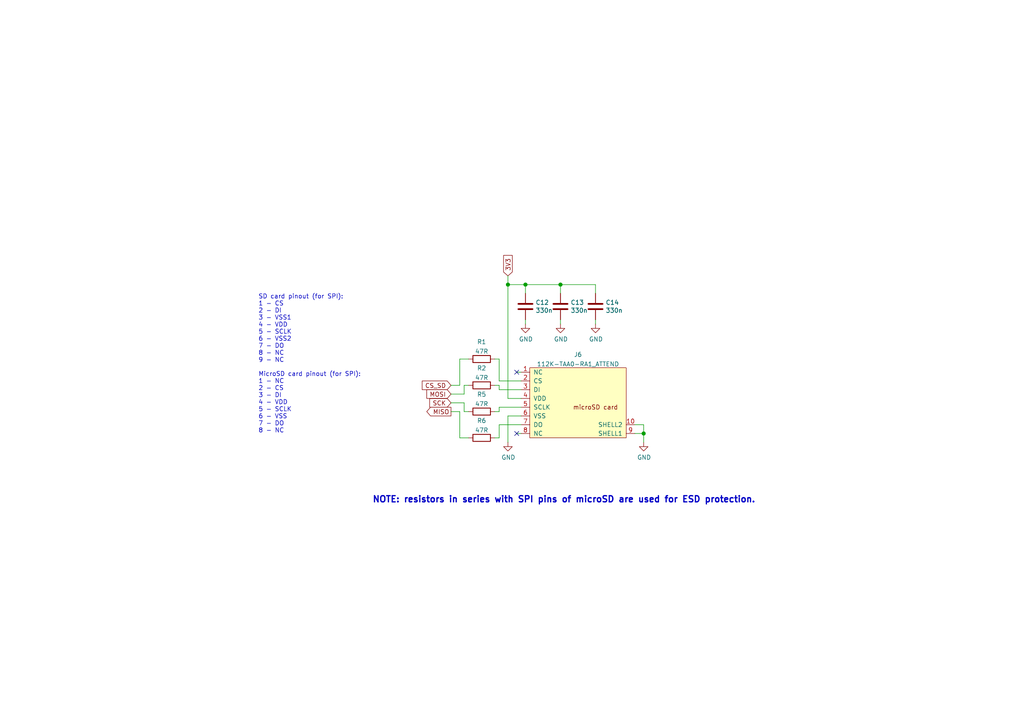
<source format=kicad_sch>
(kicad_sch (version 20210621) (generator eeschema)
  (paper "A4")
  (lib_symbols
    (symbol "Device:C" (pin_numbers hide) (pin_names (offset 0.254))
      (property "Reference" "C" (at 0.635 2.54 0))
      (property "Value" "C" (at 0.635 -2.54 0))
      (symbol "C_0_1"
        (polyline (pts (xy -2.032 -0.762) (xy 2.032 -0.762)) (stroke (width 0.508)))
        (polyline (pts (xy -2.032 0.762) (xy 2.032 0.762)) (stroke (width 0.508)))
      )
      (symbol "C_1_1"
        (pin passive line (at 0 3.81 270) (length 2.794) (name "~") (number "1"))
        (pin passive line (at 0 -3.81 90) (length 2.794) (name "~") (number "2"))
      )
    )
    (symbol "Device:R" (pin_numbers hide) (pin_names (offset 0))
      (property "Reference" "R" (at 2.032 0 90))
      (property "Value" "R" (at 0 0 90))
      (symbol "R_0_1"
        (rectangle (start -1.016 -2.54) (end 1.016 2.54) (stroke (width 0.254)))
      )
      (symbol "R_1_1"
        (pin passive line (at 0 3.81 270) (length 1.27) (name "~") (number "1"))
        (pin passive line (at 0 -3.81 90) (length 1.27) (name "~") (number "2"))
      )
    )
    (symbol "Logger:112K-TAA0-RA1_ATTEND" (pin_names (offset 1.016))
      (property "Reference" "J" (at 0 3.81 0))
      (property "Value" "112K-TAA0-RA1_ATTEND" (at 0 1.27 0))
      (symbol "112K-TAA0-RA1_ATTEND_0_0"
        (text "microSD card" (at 6.35 -11.43 0) (effects (font (size 1.27 1.27))))
        (rectangle (start -12.7 -20.32) (end 15.24 0) (fill (type background)))
      )
      (symbol "112K-TAA0-RA1_ATTEND_1_1"
        (pin input line (at -15.24 -1.27 0) (length 2.54) (name "NC") (number "1"))
        (pin input line (at 17.78 -16.51 180) (length 2.54) (name "SHELL2") (number "10"))
        (pin input line (at -15.24 -3.81 0) (length 2.54) (name "CS") (number "2"))
        (pin bidirectional line (at -15.24 -6.35 0) (length 2.54) (name "DI") (number "3"))
        (pin power_in line (at -15.24 -8.89 0) (length 2.54) (name "VDD") (number "4"))
        (pin input line (at -15.24 -11.43 0) (length 2.54) (name "SCLK") (number "5"))
        (pin power_in line (at -15.24 -13.97 0) (length 2.54) (name "VSS") (number "6"))
        (pin input line (at -15.24 -16.51 0) (length 2.54) (name "DO") (number "7"))
        (pin input line (at -15.24 -19.05 0) (length 2.54) (name "NC") (number "8"))
        (pin input line (at 17.78 -19.05 180) (length 2.54) (name "SHELL1") (number "9"))
      )
    )
    (symbol "power:GND" (power) (pin_names (offset 0))
      (property "Value" "GND" (at 0 -3.81 0))
      (symbol "GND_0_1"
        (polyline (pts (xy 0 0) (xy 0 -1.27) (xy 1.27 -1.27) (xy 0 -2.54) (xy -1.27 -1.27) (xy 0 -1.27)))
      )
      (symbol "GND_1_1"
        (pin power_in line (at 0 0 270) (length 0) hide (name "GND") (number "1"))
      )
    )
  )
  (junction (at 147.32 82.55) (diameter 1.016))
  (junction (at 152.4 82.55) (diameter 1.016))
  (junction (at 162.56 82.55) (diameter 1.016))
  (junction (at 186.69 125.73) (diameter 1.016))
  (no_connect (at 149.86 107.95))
  (no_connect (at 149.86 125.73))
  (wire (pts (xy 130.81 111.76) (xy 133.35 111.76)))
  (wire (pts (xy 130.81 114.3) (xy 134.62 114.3)))
  (wire (pts (xy 130.81 116.84) (xy 134.62 116.84)))
  (wire (pts (xy 130.81 119.38) (xy 133.35 119.38)))
  (wire (pts (xy 133.35 104.14) (xy 135.89 104.14)))
  (wire (pts (xy 133.35 111.76) (xy 133.35 104.14)))
  (wire (pts (xy 133.35 119.38) (xy 133.35 127)))
  (wire (pts (xy 133.35 127) (xy 135.89 127)))
  (wire (pts (xy 134.62 111.76) (xy 135.89 111.76)))
  (wire (pts (xy 134.62 114.3) (xy 134.62 111.76)))
  (wire (pts (xy 134.62 116.84) (xy 134.62 119.38)))
  (wire (pts (xy 134.62 119.38) (xy 135.89 119.38)))
  (wire (pts (xy 143.51 104.14) (xy 144.78 104.14)))
  (wire (pts (xy 143.51 111.76) (xy 144.78 111.76)))
  (wire (pts (xy 144.78 110.49) (xy 144.78 104.14)))
  (wire (pts (xy 144.78 113.03) (xy 144.78 111.76)))
  (wire (pts (xy 144.78 118.11) (xy 144.78 119.38)))
  (wire (pts (xy 144.78 119.38) (xy 143.51 119.38)))
  (wire (pts (xy 144.78 123.19) (xy 144.78 127)))
  (wire (pts (xy 144.78 127) (xy 143.51 127)))
  (wire (pts (xy 147.32 80.01) (xy 147.32 82.55)))
  (wire (pts (xy 147.32 82.55) (xy 147.32 115.57)))
  (wire (pts (xy 147.32 82.55) (xy 152.4 82.55)))
  (wire (pts (xy 147.32 120.65) (xy 147.32 128.27)))
  (wire (pts (xy 149.86 107.95) (xy 151.13 107.95)))
  (wire (pts (xy 149.86 125.73) (xy 151.13 125.73)))
  (wire (pts (xy 151.13 110.49) (xy 144.78 110.49)))
  (wire (pts (xy 151.13 113.03) (xy 144.78 113.03)))
  (wire (pts (xy 151.13 115.57) (xy 147.32 115.57)))
  (wire (pts (xy 151.13 118.11) (xy 144.78 118.11)))
  (wire (pts (xy 151.13 120.65) (xy 147.32 120.65)))
  (wire (pts (xy 151.13 123.19) (xy 144.78 123.19)))
  (wire (pts (xy 152.4 82.55) (xy 152.4 85.09)))
  (wire (pts (xy 152.4 82.55) (xy 162.56 82.55)))
  (wire (pts (xy 152.4 93.98) (xy 152.4 92.71)))
  (wire (pts (xy 162.56 82.55) (xy 162.56 85.09)))
  (wire (pts (xy 162.56 82.55) (xy 172.72 82.55)))
  (wire (pts (xy 162.56 93.98) (xy 162.56 92.71)))
  (wire (pts (xy 172.72 82.55) (xy 172.72 85.09)))
  (wire (pts (xy 172.72 93.98) (xy 172.72 92.71)))
  (wire (pts (xy 184.15 123.19) (xy 186.69 123.19)))
  (wire (pts (xy 184.15 125.73) (xy 186.69 125.73)))
  (wire (pts (xy 186.69 123.19) (xy 186.69 125.73)))
  (wire (pts (xy 186.69 125.73) (xy 186.69 128.27)))
  (text "SD card pinout (for SPI):\n1 - CS\n2 - DI\n3 - VSS1\n4 - VDD\n5 - SCLK\n6 - VSS2\n7 - DO\n8 - NC\n9 - NC\n\nMicroSD card pinout (for SPI):\n1 - NC\n2 - CS\n3 - DI\n4 - VDD\n5 - SCLK\n6 - VSS\n7 - DO\n8 - NC" (at 74.93 125.73 0) (effects (font (size 1.27 1.27)) (justify left bottom)))
  (text "NOTE: resistors in series with SPI pins of microSD are used for ESD protection." (at 107.95 146.05 0) (effects (font (size 1.8034 1.8034) (thickness 0.3607) bold) (justify left bottom)))
  (global_label "CS_SD" (shape input) (at 130.81 111.76 180) (property "Intersheet References" "${INTERSHEET_REFS}" (effects hide)))
  (global_label "MOSI" (shape input) (at 130.81 114.3 180) (property "Intersheet References" "${INTERSHEET_REFS}" (effects hide)))
  (global_label "SCK" (shape input) (at 130.81 116.84 180) (property "Intersheet References" "${INTERSHEET_REFS}" (effects hide)))
  (global_label "MISO" (shape output) (at 130.81 119.38 180) (property "Intersheet References" "${INTERSHEET_REFS}" (effects hide)))
  (global_label "3V3" (shape input) (at 147.32 80.01 90) (property "Intersheet References" "${INTERSHEET_REFS}" (effects hide)))
  (symbol (lib_id "power:GND") (at 147.32 128.27 0) (unit 1)
    (property "Reference" "#PWR035" (effects hide))
    (property "Value" "GND" (at 147.447 132.6642 0))
  )
  (symbol (lib_id "power:GND") (at 152.4 93.98 0) (unit 1)
    (property "Reference" "#PWR031" (effects hide))
    (property "Value" "GND" (at 152.527 98.3742 0))
  )
  (symbol (lib_id "power:GND") (at 162.56 93.98 0) (unit 1)
    (property "Reference" "#PWR032" (effects hide))
    (property "Value" "GND" (at 162.687 98.3742 0))
  )
  (symbol (lib_id "power:GND") (at 172.72 93.98 0) (unit 1)
    (property "Reference" "#PWR033" (effects hide))
    (property "Value" "GND" (at 172.847 98.3742 0))
  )
  (symbol (lib_id "power:GND") (at 186.69 128.27 0) (unit 1)
    (property "Reference" "#PWR034" (effects hide))
    (property "Value" "GND" (at 186.817 132.6642 0))
  )
  (symbol (lib_id "Device:R") (at 139.7 104.14 90) (unit 1)
    (property "Reference" "R1" (at 139.7 99.1574 90))
    (property "Value" "47R" (at 139.7 101.9325 90))
    (property "Footprint" "Resistor_SMD:R_0805_2012Metric" (effects hide))
  )
  (symbol (lib_id "Device:R") (at 139.7 111.76 90) (unit 1)
    (property "Reference" "R2" (at 139.7 106.7774 90))
    (property "Value" "47R" (at 139.7 109.5525 90))
    (property "Footprint" "Resistor_SMD:R_0805_2012Metric" (effects hide))
  )
  (symbol (lib_id "Device:R") (at 139.7 119.38 90) (unit 1)
    (property "Reference" "R5" (at 139.7 114.3974 90))
    (property "Value" "47R" (at 139.7 117.1725 90))
    (property "Footprint" "Resistor_SMD:R_0805_2012Metric" (effects hide))
  )
  (symbol (lib_id "Device:R") (at 139.7 127 90) (unit 1)
    (property "Reference" "R6" (at 139.7 122.0174 90))
    (property "Value" "47R" (at 139.7 124.7925 90))
    (property "Footprint" "Resistor_SMD:R_0805_2012Metric" (effects hide))
  )
  (symbol (lib_id "Device:C") (at 152.4 88.9 0) (unit 1)
    (property "Reference" "C12" (at 155.321 87.7316 0) (effects (justify left)))
    (property "Value" "330n" (at 155.321 90.043 0) (effects (justify left)))
    (property "Footprint" "Capacitor_SMD:C_0805_2012Metric" (effects hide))
  )
  (symbol (lib_id "Device:C") (at 162.56 88.9 0) (unit 1)
    (property "Reference" "C13" (at 165.481 87.7316 0) (effects (justify left)))
    (property "Value" "330n" (at 165.481 90.043 0) (effects (justify left)))
    (property "Footprint" "Capacitor_SMD:C_0805_2012Metric" (effects hide))
  )
  (symbol (lib_id "Device:C") (at 172.72 88.9 0) (unit 1)
    (property "Reference" "C14" (at 175.641 87.7316 0) (effects (justify left)))
    (property "Value" "330n" (at 175.641 90.043 0) (effects (justify left)))
    (property "Footprint" "Capacitor_SMD:C_0805_2012Metric" (effects hide))
  )
  (symbol (lib_id "Logger:112K-TAA0-RA1_ATTEND") (at 166.37 106.68 0) (unit 1)
    (property "Reference" "J6" (at 167.64 102.8404 0))
    (property "Value" "112K-TAA0-RA1_ATTEND" (at 167.64 105.6155 0))
    (property "Footprint" "Logger:104B-TAA0-R_ATTEND" (effects hide))
    (property "Datasheet" "https://www.tme.eu/Document/c3b9a7ded342d5553aff6a91c42e4fab/112K-TAA0-RA1.pdf" (effects hide))
    (property "Vendor" "https://www.tme.eu/Document/c3b9a7ded342d5553aff6a91c42e4fab/112K-TAA0-RA1.pdf" (effects hide))
  )
)
</source>
